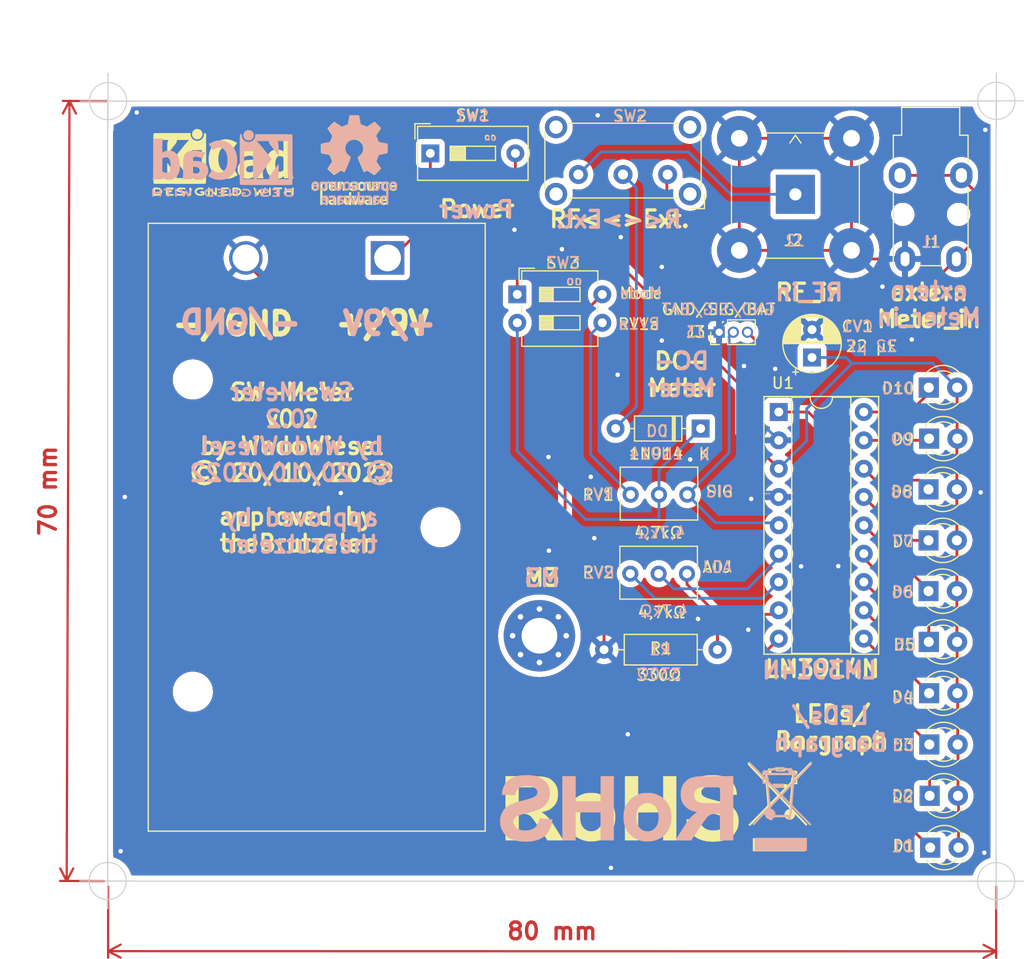
<source format=kicad_pcb>
(kicad_pcb (version 20211014) (generator pcbnew)
  (title_block (title "SW-Meter") (date "2022-10-21") (rev "0.2") (company "© WodoWiesel") (comment 1 "SW-Meter"))
  (layers (0 "F.Cu" signal) (31 "B.Cu" signal) (34 "B.Paste" user) (35 "F.Paste" user) (36 "B.SilkS" user "B.Silkscreen") (37 "F.SilkS" user "F.Silkscreen") (38 "B.Mask" user) (39 "F.Mask" user) (44 "Edge.Cuts" user))
  (net 0 "")
  (net 1 "+9V")
  (net 2 "GND")
  (net 3 "Net-(D0-Pad1)")
  (net 4 "Net-(D2-Pad1)")
  (net 5 "Net-(D1-Pad1)")
  (net 6 "Net-(D3-Pad1)")
  (net 7 "Net-(D6-Pad1)")
  (net 8 "Net-(D7-Pad1)")
  (net 9 "Net-(D4-Pad1)")
  (net 10 "Net-(D5-Pad1)")
  (net 11 "Net-(D8-Pad1)")
  (net 12 "Net-(D9-Pad1)")
  (net 13 "Net-(D10-Pad1)")
  (net 14 "Net-(J3-Pad2)")
  (net 15 "Net-(R1-Pad2)")
  (net 16 "Net-(RV1-Pad1)")
  (net 17 "Net-(RV2-Pad1)")
  (net 18 "Net-(RV2-Pad2)")
  (net 19 "Net-(D0-Pad2)")
  (net 20 "Net-(CV1-Pad1)")
  (net 21 "Net-(SW3-Pad4)")
  (net 22 "Net-(J1-PadR)")
  (net 23 "Net-(J2-Pad1)")
  (footprint "Button_Switch_THT:SW_DIP_SPSTx01_Slide_9.78x4.72mm_W7.62mm_P2.54mm" (layer "F.Cu") (at 127.0825 59.925)
    (fp_text reference "SW1" (at 3.81 -3.42) (layer "F.SilkS"))
    (fp_text value "SW_DIP_x01" hide)
    (fp_text user "on" (at 5.365 -1.4975) (layer "F.SilkS") (effects (font (size 0.6 0.6) (thickness 0.09))))
    (pad "1" thru_hole rect (at 0 0) (size 1.6 1.6) (drill 0.8) (layers *.Cu *.Mask) (net 1 "+9V"))
    (pad "2" thru_hole oval (at 7.62 0) (size 1.6 1.6) (drill 0.8) (layers *.Cu *.Mask) (net 20 "Net-(CV1-Pad1)"))
  )
  (footprint "Button_Switch_THT:SW_E-Switch_EG1224_SPDT_Angled" (layer "F.Cu") (at 148.35 61.825 180)
    (fp_text reference "SW2" (at 3.37 5.255) (layer "F.SilkS"))
    (fp_text value "SW_SPDT" hide)
    (pad "" thru_hole circle (at -2 4.25 180) (size 2 2) (drill 1.2) (layers *.Cu *.Mask))
    (pad "" thru_hole circle (at 10 4.25 180) (size 2 2) (drill 1.2) (layers *.Cu *.Mask))
    (pad "" thru_hole circle (at -2 -1.75 180) (size 2 2) (drill 1.2) (layers *.Cu *.Mask))
    (pad "" thru_hole circle (at 10 -1.75 180) (size 2 2) (drill 1.2) (layers *.Cu *.Mask))
    (pad "1" thru_hole circle (at 0 0 180) (size 1.7 1.7) (drill 0.9) (layers *.Cu *.Mask) (net 22 "Net-(J1-PadR)"))
    (pad "2" thru_hole circle (at 4 0 180) (size 1.7 1.7) (drill 0.9) (layers *.Cu *.Mask) (net 19 "Net-(D0-Pad2)"))
    (pad "3" thru_hole circle (at 8 0 180) (size 1.7 1.7) (drill 0.9) (layers *.Cu *.Mask) (net 23 "Net-(J2-Pad1)"))
  )
  (footprint "LED_THT:LED_D3.0mm_Clear" (layer "F.Cu") (at 171.78 108.33)
    (fp_text reference "D4" (at -2.36 0.35) (layer "F.SilkS"))
    (fp_text value "LED" hide)
    (pad "1" thru_hole rect (at 0 0) (size 1.8 1.8) (drill 0.9) (layers *.Cu *.Mask) (net 9 "Net-(D4-Pad1)"))
    (pad "2" thru_hole circle (at 2.54 0) (size 1.8 1.8) (drill 0.9) (layers *.Cu *.Mask) (net 20 "Net-(CV1-Pad1)"))
  )
  (footprint "Connector_Audio:Jack_3.5mm_Lumberg_1503_07_Horizontal" (layer "F.Cu") (at 169.175 61.9)
    (fp_text reference "J1" (at 2.815 5.96 unlocked) (layer "F.SilkS"))
    (fp_text value "AudioPlug" hide)
    (pad "" np_thru_hole circle (at 0.25 3.5) (size 1.1 1.1) (drill 1.1) (layers F&B.Cu *.Mask))
    (pad "" np_thru_hole circle (at 5.25 3.5) (size 1.1 1.1) (drill 1.1) (layers F&B.Cu *.Mask))
    (pad "R" thru_hole oval (at 5.05 7.5) (size 1.8 2.3) (drill oval 0.8 1.3) (layers *.Cu *.Mask) (net 22 "Net-(J1-PadR)"))
    (pad "S" thru_hole oval (at 0.45 7.5) (size 1.8 2.3) (drill oval 0.8 1.3) (layers *.Cu *.Mask) (net 2 "GND"))
    (pad "T" thru_hole oval (at 5.5 0) (size 2 2.3) (drill oval 1 1.3) (layers *.Cu *.Mask) (net 22 "Net-(J1-PadR)"))
    (pad "T" thru_hole oval (at 0 0) (size 2 2.3) (drill oval 1 1.3) (layers *.Cu *.Mask) (net 22 "Net-(J1-PadR)"))
  )
  (footprint "Capacitor_THT:CP_Radial_D5.0mm_P2.50mm" (layer "F.Cu") (at 161.29 78.232 90)
    (fp_text reference "CV1" (at 2.794 4.064 180) (layer "F.SilkS"))
    (fp_text value "22 µF" (at 1.016 5.334 180) (layer "F.SilkS"))
    (pad "1" thru_hole rect (at 0 0 90) (size 1.6 1.6) (drill 0.8) (layers *.Cu *.Mask) (net 20 "Net-(CV1-Pad1)"))
    (pad "2" thru_hole circle (at 2.5 0 90) (size 1.6 1.6) (drill 0.8) (layers *.Cu *.Mask) (net 2 "GND"))
  )
  (footprint "Symbol:WEEE-Logo_5.6x8mm_SilkScreen" (layer "F.Cu") (at 158.35 118.49)
    (fp_text reference "REF0" hide)
    (fp_text value "WEEE-Logo_5.6x8mm_SilkScreen" hide)
  )
  (footprint "Potentiometer_THT:Potentiometer_Bourns_3266Y_Vertical" (layer "F.Cu") (at 145.035 90.525 180)
    (fp_text reference "RV1" (at 2.905 0.055) (layer "B.SilkS") (effects (justify mirror)))
    (fp_text value "4,7 kΩ" hide)
    (pad "1" thru_hole circle (at 0 0 180) (size 1.44 1.44) (drill 0.8) (layers *.Cu *.Mask) (net 16 "Net-(RV1-Pad1)"))
    (pad "2" thru_hole circle (at -2.54 0 180) (size 1.44 1.44) (drill 0.8) (layers *.Cu *.Mask) (net 3 "Net-(D0-Pad1)"))
    (pad "3" thru_hole circle (at -5.08 0 180) (size 1.44 1.44) (drill 0.8) (layers *.Cu *.Mask) (net 14 "Net-(J3-Pad2)"))
  )
  (footprint "LED_THT:LED_D3.0mm_Clear" (layer "F.Cu") (at 171.755 80.93)
    (fp_text reference "D10" (at -2.735 0.06) (layer "F.SilkS"))
    (fp_text value "red" hide)
    (pad "1" thru_hole rect (at 0 0) (size 1.8 1.8) (drill 0.9) (layers *.Cu *.Mask) (net 13 "Net-(D10-Pad1)"))
    (pad "2" thru_hole circle (at 2.54 0) (size 1.8 1.8) (drill 0.9) (layers *.Cu *.Mask) (net 20 "Net-(CV1-Pad1)"))
  )
  (footprint "Battery:BatteryHolder_Eagle_12BH611-GR" (layer "F.Cu") (at 123.25 69.3 90)
    (fp_text reference "BT1" hide)
    (fp_text value "Battery_Cell" hide)
    (pad "" np_thru_hole circle (at -10.9 -17.45 90) (size 2.6 2.6) (drill 2.6) (layers *.Cu *.Mask))
    (pad "" np_thru_hole circle (at -24.15 4.75 90) (size 2.6 2.6) (drill 2.6) (layers *.Cu *.Mask))
    (pad "" np_thru_hole circle (at -38.9 -17.45 90) (size 2.6 2.6) (drill 2.6) (layers *.Cu *.Mask))
    (pad "1" thru_hole rect (at 0 0 90) (size 3 3) (drill 2.4) (layers *.Cu *.Mask) (net 1 "+9V"))
    (pad "2" thru_hole circle (at 0 -12.7 90) (size 3 3) (drill 2.4) (layers *.Cu *.Mask) (net 2 "GND"))
  )
  (footprint "Connector_PinHeader_1.27mm:PinHeader_1x03_P1.27mm_Vertical" (layer "F.Cu") (at 152.965 75.96 90)
    (fp_text reference "J3" (at 0.014 -2.089 180) (layer "F.SilkS"))
    (fp_text value "Conn_01x03_Female" hide)
    (pad "1" thru_hole rect (at 0 0 90) (size 1 1) (drill 0.65) (layers *.Cu *.Mask) (net 2 "GND"))
    (pad "2" thru_hole oval (at 0 1.27 90) (size 1 1) (drill 0.65) (layers *.Cu *.Mask) (net 14 "Net-(J3-Pad2)"))
    (pad "3" thru_hole oval (at 0 2.54 90) (size 1 1) (drill 0.65) (layers *.Cu *.Mask) (net 20 "Net-(CV1-Pad1)"))
  )
  (footprint "Symbol:KiCad-Logo2_5mm_SilkScreen" (layer "F.Cu") (at 108.54 60.72)
    (fp_text reference "REF4" hide)
    (fp_text value "KiCad-Logo2_5mm_SilkScreen" hide)
  )
  (footprint "LED_THT:LED_D3.0mm_Clear" (layer "F.Cu") (at 171.88 122.18)
    (fp_text reference "D1" (at -2.39 -0.17) (layer "F.SilkS"))
    (fp_text value "LED" hide)
    (pad "1" thru_hole rect (at 0 0) (size 1.8 1.8) (drill 0.9) (layers *.Cu *.Mask) (net 5 "Net-(D1-Pad1)"))
    (pad "2" thru_hole circle (at 2.54 0) (size 1.8 1.8) (drill 0.9) (layers *.Cu *.Mask) (net 20 "Net-(CV1-Pad1)"))
  )
  (footprint "LED_THT:LED_D3.0mm_Clear" (layer "F.Cu") (at 171.78 85.505)
    (fp_text reference "D9" (at -2.32 0.055) (layer "F.SilkS"))
    (fp_text value "LED" hide)
    (pad "1" thru_hole rect (at 0 0) (size 1.8 1.8) (drill 0.9) (layers *.Cu *.Mask) (net 12 "Net-(D9-Pad1)"))
    (pad "2" thru_hole circle (at 2.54 0) (size 1.8 1.8) (drill 0.9) (layers *.Cu *.Mask) (net 20 "Net-(CV1-Pad1)"))
  )
  (footprint "LED_THT:LED_D3.0mm_Clear" (layer "F.Cu") (at 171.755 103.73)
    (fp_text reference "D5" (at -2.195 0.26) (layer "F.SilkS"))
    (fp_text value "LED" hide)
    (pad "1" thru_hole rect (at 0 0) (size 1.8 1.8) (drill 0.9) (layers *.Cu *.Mask) (net 10 "Net-(D5-Pad1)"))
    (pad "2" thru_hole circle (at 2.54 0) (size 1.8 1.8) (drill 0.9) (layers *.Cu *.Mask) (net 20 "Net-(CV1-Pad1)"))
  )
  (footprint "LED_THT:LED_D3.0mm_Clear" (layer "F.Cu") (at 171.73 94.63)
    (fp_text reference "D7" (at -2.27 0.1) (layer "F.SilkS"))
    (fp_text value "LED" hide)
    (pad "1" thru_hole rect (at 0 0) (size 1.8 1.8) (drill 0.9) (layers *.Cu *.Mask) (net 8 "Net-(D7-Pad1)"))
    (pad "2" thru_hole circle (at 2.54 0) (size 1.8 1.8) (drill 0.9) (layers *.Cu *.Mask) (net 20 "Net-(CV1-Pad1)"))
  )
  (footprint "MountingHole:MountingHole_3.2mm_M3_Pad_Via" (layer "F.Cu") (at 136.86 103.18)
    (fp_text reference "REF1" hide)
    (fp_text value "MountingHole_3.2mm_M3_Pad_Via" hide)
    (pad "1" thru_hole circle (at -2.4 0) (size 0.8 0.8) (drill 0.5) (layers *.Cu *.Mask))
    (pad "1" thru_hole circle (at 1.697056 1.697056) (size 0.8 0.8) (drill 0.5) (layers *.Cu *.Mask))
    (pad "1" thru_hole circle (at 2.4 0) (size 0.8 0.8) (drill 0.5) (layers *.Cu *.Mask))
    (pad "1" thru_hole circle (at 1.697056 -1.697056) (size 0.8 0.8) (drill 0.5) (layers *.Cu *.Mask))
    (pad "1" thru_hole circle (at 0 0) (size 6.4 6.4) (drill 3.2) (layers *.Cu *.Mask))
    (pad "1" thru_hole circle (at -1.697056 -1.697056) (size 0.8 0.8) (drill 0.5) (layers *.Cu *.Mask))
    (pad "1" thru_hole circle (at 0 -2.4) (size 0.8 0.8) (drill 0.5) (layers *.Cu *.Mask))
    (pad "1" thru_hole circle (at -1.697056 1.697056) (size 0.8 0.8) (drill 0.5) (layers *.Cu *.Mask))
    (pad "1" thru_hole circle (at 0 2.4) (size 0.8 0.8) (drill 0.5) (layers *.Cu *.Mask))
  )
  (footprint "Button_Switch_THT:SW_DIP_SPSTx02_Slide_6.7x6.64mm_W7.62mm_P2.54mm_LowProfile" (layer "F.Cu") (at 134.875 72.575)
    (fp_text reference "SW3" (at 4.095 -2.815) (layer "F.SilkS"))
    (fp_text value "SW_DIP_x02" hide)
    (fp_text user "on" (at 5.105 -1.245) (layer "F.SilkS") (effects (font (size 0.8 0.8) (thickness 0.12))))
    (pad "1" thru_hole rect (at 0 0) (size 1.6 1.6) (drill 0.8) (layers *.Cu *.Mask) (net 20 "Net-(CV1-Pad1)"))
    (pad "2" thru_hole oval (at 0 2.54) (size 1.6 1.6) (drill 0.8) (layers *.Cu *.Mask) (net 3 "Net-(D0-Pad1)"))
    (pad "3" thru_hole oval (at 7.62 2.54) (size 1.6 1.6) (drill 0.8) (layers *.Cu *.Mask) (net 16 "Net-(RV1-Pad1)"))
    (pad "4" thru_hole oval (at 7.62 0) (size 1.6 1.6) (drill 0.8) (layers *.Cu *.Mask) (net 21 "Net-(SW3-Pad4)"))
  )
  (footprint "Resistor_THT:R_Axial_DIN0207_L6.3mm_D2.5mm_P10.16mm_Horizontal" (layer "F.Cu") (at 142.65 104.43)
    (fp_text reference "R1" (at 5.09 -0.12) (layer "F.SilkS"))
    (fp_text value "330Ω" (at 4.91 2.28) (layer "F.SilkS"))
    (pad "1" thru_hole circle (at 0 0) (size 1.6 1.6) (drill 0.8) (layers *.Cu *.Mask) (net 2 "GND"))
    (pad "2" thru_hole oval (at 10.16 0) (size 1.6 1.6) (drill 0.8) (layers *.Cu *.Mask) (net 15 "Net-(R1-Pad2)"))
  )
  (footprint "Package_DIP:DIP-18_W7.62mm_Socket" (layer "F.Cu") (at 158.31 83.12)
    (fp_text reference "U1" (at 0.38 -2.6) (layer "F.SilkS"))
    (fp_text value "LM3914N" hide)
    (pad "1" thru_hole rect (at 0 0) (size 1.6 1.6) (drill 0.8) (layers *.Cu *.Mask) (net 5 "Net-(D1-Pad1)"))
    (pad "2" thru_hole oval (at 0 2.54) (size 1.6 1.6) (drill 0.8) (layers *.Cu *.Mask) (net 2 "GND"))
    (pad "3" thru_hole oval (at 0 5.08) (size 1.6 1.6) (drill 0.8) (layers *.Cu *.Mask) (net 20 "Net-(CV1-Pad1)"))
    (pad "4" thru_hole oval (at 0 7.62) (size 1.6 1.6) (drill 0.8) (layers *.Cu *.Mask) (net 2 "GND"))
    (pad "5" thru_hole oval (at 0 10.16) (size 1.6 1.6) (drill 0.8) (layers *.Cu *.Mask) (net 14 "Net-(J3-Pad2)"))
    (pad "6" thru_hole oval (at 0 12.7) (size 1.6 1.6) (drill 0.8) (layers *.Cu *.Mask) (net 18 "Net-(RV2-Pad2)"))
    (pad "7" thru_hole oval (at 0 15.24) (size 1.6 1.6) (drill 0.8) (layers *.Cu *.Mask) (net 17 "Net-(RV2-Pad1)"))
    (pad "8" thru_hole oval (at 0 17.78) (size 1.6 1.6) (drill 0.8) (layers *.Cu *.Mask) (net 15 "Net-(R1-Pad2)"))
    (pad "9" thru_hole oval (at 0 20.32) (size 1.6 1.6) (drill 0.8) (layers *.Cu *.Mask) (net 21 "Net-(SW3-Pad4)"))
    (pad "10" thru_hole oval (at 7.62 20.32) (size 1.6 1.6) (drill 0.8) (layers *.Cu *.Mask) (net 4 "Net-(D2-Pad1)"))
    (pad "11" thru_hole oval (at 7.62 17.78) (size 1.6 1.6) (drill 0.8) (layers *.Cu *.Mask) (net 6 "Net-(D3-Pad1)"))
    (pad "12" thru_hole oval (at 7.62 15.24) (size 1.6 1.6) (drill 0.8) (layers *.Cu *.Mask) (net 9 "Net-(D4-Pad1)"))
    (pad "13" thru_hole oval (at 7.62 12.7) (size 1.6 1.6) (drill 0.8) (layers *.Cu *.Mask) (net 10 "Net-(D5-Pad1)"))
    (pad "14" thru_hole oval (at 7.62 10.16) (size 1.6 1.6) (drill 0.8) (layers *.Cu *.Mask) (net 7 "Net-(D6-Pad1)"))
    (pad "15" thru_hole oval (at 7.62 7.62) (size 1.6 1.6) (drill 0.8) (layers *.Cu *.Mask) (net 8 "Net-(D7-Pad1)"))
    (pad "16" thru_hole oval (at 7.62 5.08) (size 1.6 1.6) (drill 0.8) (layers *.Cu *.Mask) (net 11 "Net-(D8-Pad1)"))
    (pad "17" thru_hole oval (at 7.62 2.54) (size 1.6 1.6) (drill 0.8) (layers *.Cu *.Mask) (net 12 "Net-(D9-Pad1)"))
    (pad "18" thru_hole oval (at 7.62 0) (size 1.6 1.6) (drill 0.8) (layers *.Cu *.Mask) (net 13 "Net-(D10-Pad1)"))
  )
  (footprint "Connector_Coaxial:BNC_TEConnectivity_1478035_Horizontal" (layer "F.Cu") (at 159.8 63.6)
    (fp_text reference "J2" (at -0.18 4.13) (layer "F.SilkS"))
    (fp_text value "Conn_Coaxial" hide)
    (pad "1" thru_hole rect (at 0 0) (size 3.5 3.5) (drill 1.1) (layers *.Cu *.Mask) (net 23 "Net-(J2-Pad1)"))
    (pad "2" thru_hole circle (at 5.025 5.025) (size 4 4) (drill 1.5) (layers *.Cu *.Mask) (net 2 "GND"))
    (pad "2" thru_hole circle (at 5.025 -5.025) (size 4 4) (drill 1.5) (layers *.Cu *.Mask) (net 2 "GND"))
    (pad "2" thru_hole circle (at -5.025 5.025) (size 4 4) (drill 1.5) (layers *.Cu *.Mask) (net 2 "GND"))
    (pad "2" thru_hole circle (at -5.025 -5.025) (size 4 4) (drill 1.5) (layers *.Cu *.Mask) (net 2 "GND"))
  )
  (footprint "LED_THT:LED_D3.0mm_Clear" (layer "F.Cu") (at 171.83 117.53)
    (fp_text reference "D2" (at -2.41 0.01) (layer "F.SilkS"))
    (fp_text value "LED" hide)
    (pad "1" thru_hole rect (at 0 0) (size 1.8 1.8) (drill 0.9) (layers *.Cu *.Mask) (net 4 "Net-(D2-Pad1)"))
    (pad "2" thru_hole circle (at 2.54 0) (size 1.8 1.8) (drill 0.9) (layers *.Cu *.Mask) (net 20 "Net-(CV1-Pad1)"))
  )
  (footprint "Diode_THT:D_DO-35_SOD27_P7.62mm_Horizontal" (layer "F.Cu") (at 151.31 84.6 180)
    (fp_text reference "D0" (at 3.91 -0.225) (layer "F.SilkS"))
    (fp_text value "1N914" (at 3.99 -2.268) (layer "F.SilkS"))
    (fp_text user "K" (at -0.328 -2.268) (layer "F.SilkS"))
    (pad "1" thru_hole rect (at 0 0 180) (size 1.6 1.6) (drill 0.8) (layers *.Cu *.Mask) (net 3 "Net-(D0-Pad1)"))
    (pad "2" thru_hole oval (at 7.62 0 180) (size 1.6 1.6) (drill 0.8) (layers *.Cu *.Mask) (net 19 "Net-(D0-Pad2)"))
  )
  (footprint "Symbol:OSHW-Logo_7.5x8mm_SilkScreen" (layer "F.Cu") (at 120.25 60.54)
    (fp_text reference "REF3" hide)
    (fp_text value "OSHW-Logo_7.5x8mm_SilkScreen" hide)
  )
  (footprint "LED_THT:LED_D3.0mm_Clear" (layer "F.Cu") (at 171.805 112.93)
    (fp_text reference "D3" (at -2.345 0.05) (layer "F.SilkS"))
    (fp_text value "LED" hide)
    (pad "1" thru_hole rect (at 0 0) (size 1.8 1.8) (drill 0.9) (layers *.Cu *.Mask) (net 6 "Net-(D3-Pad1)"))
    (pad "2" thru_hole circle (at 2.54 0) (size 1.8 1.8) (drill 0.9) (layers *.Cu *.Mask) (net 20 "Net-(CV1-Pad1)"))
  )
  (footprint "LED_THT:LED_D3.0mm_Clear" (layer "F.Cu") (at 171.73 90.055)
    (fp_text reference "D8" (at -2.37 0.205) (layer "F.SilkS"))
    (fp_text value "LED" hide)
    (pad "1" thru_hole rect (at 0 0) (size 1.8 1.8) (drill 0.9) (layers *.Cu *.Mask) (net 11 "Net-(D8-Pad1)"))
    (pad "2" thru_hole circle (at 2.54 0) (size 1.8 1.8) (drill 0.9) (layers *.Cu *.Mask) (net 20 "Net-(CV1-Pad1)"))
  )
  (footprint "Potentiometer_THT:Potentiometer_Bourns_3266Y_Vertical" (layer "F.Cu") (at 145.005 97.615 180)
    (fp_text reference "RV2" (at 2.875 0.115) (layer "F.SilkS"))
    (fp_text value "4,7kΩ" (at -2.823 -3.477) (layer "F.SilkS"))
    (pad "1" thru_hole circle (at 0 0 180) (size 1.44 1.44) (drill 0.8) (layers *.Cu *.Mask) (net 17 "Net-(RV2-Pad1)"))
    (pad "2" thru_hole circle (at -2.54 0 180) (size 1.44 1.44) (drill 0.8) (layers *.Cu *.Mask) (net 18 "Net-(RV2-Pad2)"))
    (pad "3" thru_hole circle (at -5.08 0 180) (size 1.44 1.44) (drill 0.8) (layers *.Cu *.Mask) (net 15 "Net-(R1-Pad2)"))
  )
  (footprint "Symbol:RoHS-Logo_6mm_SilkScreen" (layer "F.Cu") (at 144.275 118.65)
    (fp_text reference "REF5" hide)
    (fp_text value "RoHS-Logo_6mm_SilkScreen" hide)
  )
  (footprint "LED_THT:LED_D3.0mm_Clear" (layer "F.Cu") (at 171.73 99.18)
    (fp_text reference "D6" (at -2.31 0.09) (layer "F.SilkS"))
    (fp_text value "LED" hide)
    (pad "1" thru_hole rect (at 0 0) (size 1.8 1.8) (drill 0.9) (layers *.Cu *.Mask) (net 7 "Net-(D6-Pad1)"))
    (pad "2" thru_hole circle (at 2.54 0) (size 1.8 1.8) (drill 0.9) (layers *.Cu *.Mask) (net 20 "Net-(CV1-Pad1)"))
  )
  (footprint "Symbol:RoHS-Logo_6mm_SilkScreen" (layer "B.Cu") (at 143.775 118.65 180)
    (fp_text reference "REF55" hide)
    (fp_text value "RoHS-Logo_6mm_SilkScreen" hide)
  )
  (footprint "Symbol:KiCad-Logo2_5mm_SilkScreen" (layer "B.Cu") (at 108.45 60.82 180)
    (fp_text reference "REF44" hide)
    (fp_text value "KiCad-Logo2_5mm_SilkScreen" hide)
  )
  (footprint "Symbol:WEEE-Logo_5.6x8mm_SilkScreen" (layer "B.Cu") (at 158.475 118.45 180)
    (fp_text reference "REF00" hide)
    (fp_text value "WEEE-Logo_5.6x8mm_SilkScreen" hide)
  )
  (footprint "Symbol:OSHW-Logo_7.5x8mm_SilkScreen" (layer "B.Cu") (at 120.29 60.51 180)
    (fp_text reference "REF33" hide)
    (fp_text value "OSHW-Logo_7.5x8mm_SilkScreen" hide)
  )
  (gr_rect (start 177.79 55.235) (end 98.155 125.185) (layer "Edge.Cuts") (width 0.1) (fill none))
  (gr_text "SW-Meter\nv0.2\nby WodoWiesel\n© 20/10/2022" (at 114.68 84.96) (layer "B.SilkS") (effects (font (size 1.5 1.5) (thickness 0.3)) (justify mirror)))
  (gr_text "CV1" (at 165.354 75.438) (layer "B.SilkS") (effects (font (size 1 1)) (justify mirror)))
  (gr_text "K" (at 151.638 86.868 -180) (layer "B.SilkS") (effects (font (size 1 1))))
  (gr_text "M3" (at 137.11 98.01) (layer "B.SilkS") (effects (font (size 1.5 1.5) (thickness 0.3)) (justify mirror)))
  (gr_text "extern\nMeter_in" (at 171.76 73.406) (layer "B.SilkS") (effects (font (size 1.5 1.5) (thickness 0.3)) (justify mirror)))
  (gr_text "on" (at 139.98 71.33) (layer "B.SilkS") (effects (font (size 0.8 0.8) (thickness 0.12)) (justify mirror)))
  (gr_text "J1" (at 171.94 67.88) (layer "B.SilkS") (effects (font (size 1 1)) (justify mirror)))
  (gr_text "D5" (at 169.67 104) (layer "B.SilkS") (effects (font (size 1 1)) (justify mirror)))
  (gr_text "D2" (at 169.41 117.64) (layer "B.SilkS") (effects (font (size 1 1)) (justify mirror)))
  (gr_text "D4" (at 169.45 108.8) (layer "B.SilkS") (effects (font (size 1 1)) (justify mirror)))
  (gr_text "4,7kΩ" (at 148.01 100.97) (layer "B.SilkS") (effects (font (size 1 1)) (justify mirror)))
  (gr_text "D3" (at 169.49 113.01) (layer "B.SilkS") (effects (font (size 1 1)) (justify mirror)))
  (gr_text "RF_in" (at 161.036 72.39) (layer "B.SilkS") (effects (font (size 1.5 1.5) (thickness 0.3)) (justify mirror)))
  (gr_text "RV1a" (at 145.8 75.21) (layer "B.SilkS") (effects (font (size 1 1)) (justify mirror)))
  (gr_text "+/9V" (at 123.41 75.17) (layer "B.SilkS") (effects (font (size 2 2) (thickness 0.5)) (justify mirror)))
  (gr_text "D1" (at 169.38 122.08) (layer "B.SilkS") (effects (font (size 1 1)) (justify mirror)))
  (gr_text "ADJ" (at 152.8 97.02) (layer "B.SilkS") (effects (font (size 1 1)) (justify mirror)))
  (gr_text "SW1" (at 130.81 56.58) (layer "B.SilkS") (effects (font (size 1 1)) (justify mirror)))
  (gr_text "R<->Ext." (at 143.96 65.86) (layer "B.SilkS") (effects (font (size 1.5 1.5) (thickness 0.3)) (justify mirror)))
  (gr_text "SW3" (at 138.98 69.74) (layer "B.SilkS") (effects (font (size 1 1)) (justify mirror)))
  (gr_text "D0" (at 147.425 84.85) (layer "B.SilkS") (effects (font (size 1 1)) (justify mirror)))
  (gr_text "LEDs/\nBargraph" (at 162.93 111.57) (layer "B.SilkS") (effects (font (size 1.5 1.5) (thickness 0.3)) (justify mirror)))
  (gr_text "RV2" (at 142.22 97.55) (layer "B.SilkS") (effects (font (size 1 1)) (justify mirror)))
  (gr_text "J3" (at 150.876 75.946) (layer "B.SilkS") (effects (font (size 1 1)) (justify mirror)))
  (gr_text "Power" (at 131.21 64.98) (layer "B.SilkS") (effects (font (size 1.5 1.5) (thickness 0.3)) (justify mirror)))
  (gr_text "D9" (at 169.32 85.61) (layer "B.SilkS") (effects (font (size 1 1)) (justify mirror)))
  (gr_text "R1" (at 147.68 104.42) (layer "B.SilkS") (effects (font (size 1 1)) (justify mirror)))
  (gr_text "1N914" (at 147.32 86.868) (layer "B.SilkS") (effects (font (size 1 1)) (justify mirror)))
  (gr_text "SW2" (at 144.99 56.56) (layer "B.SilkS") (effects (font (size 1 1)) (justify mirror)))
  (gr_text "-/GND" (at 110.07 75.08) (layer "B.SilkS") (effects (font (size 2 2) (thickness 0.5)) (justify mirror)))
  (gr_text "SIG" (at 153.02 90.26) (layer "B.SilkS") (effects (font (size 1 1)) (justify mirror)))
  (gr_text "LM3914N" (at 161.961752 106.279355) (layer "B.SilkS") (effects (font (size 1.5 1.5) (thickness 0.3)) (justify mirror)))
  (gr_text "D8" (at 169.31 90.32) (layer "B.SilkS") (effects (font (size 1 1)) (justify mirror)))
  (gr_text "D7" (at 169.45 94.71) (layer "B.SilkS") (effects (font (size 1 1)) (justify mirror)))
  (gr_text "22 µF" (at 166.624 77.216) (layer "B.SilkS") (effects (font (size 1 1)) (justify mirror)))
  (gr_text "DC-\nMeter" (at 149.606 79.756) (layer "B.SilkS") (effects (font (size 1.5 1.5) (thickness 0.3)) (justify mirror)))
  (gr_text "D10" (at 168.97 81.026) (layer "B.SilkS") (effects (font (size 1 1)) (justify mirror)))
  (gr_text "4,7kΩ" (at 147.78 93.94) (layer "B.SilkS") (effects (font (size 1 1)) (justify mirror)))
  (gr_text "D6" (at 169.38 99.25) (layer "B.SilkS") (effects (font (size 1 1)) (justify mirror)))
  (gr_text "approved by\ntheBrutzeler" (at 115.52 93.79) (layer "B.SilkS") (effects (font (size 1.5 1.5) (thickness 0.3)) (justify mirror)))
  (gr_text "Mode" (at 145.95 72.46) (layer "B.SilkS") (effects (font (size 1 1)) (justify mirror)))
  (gr_text "J2" (at 159.77 67.76) (layer "B.SilkS") (effects (font (size 1 1)) (justify mirror)))
  (gr_text "on" (at 132.48 58.49) (layer "B.SilkS") (effects (font (size 0.6 0.6) (thickness 0.09)) (justify mirror)))
  (gr_text "330Ω" (at 147.574 106.63) (layer "B.SilkS") (effects (font (size 1 1)) (justify mirror)))
  (gr_text "GND/SIG/BAT" (at 152.908 73.914) (layer "B.SilkS") (effects (font (size 1 1)) (justify mirror)))
  (gr_text "+/9V" (at 122.78 75.15) (layer "F.SilkS") (effects (font (size 2 2) (thickness 0.5))))
  (gr_text "DC-\nMeter" (at 149.606 79.756) (layer "F.SilkS") (effects (font (size 1.5 1.5) (thickness 0.3))))
  (gr_text "LEDs/\nBargraph" (at 163.06 111.4) (layer "F.SilkS") (effects (font (size 1.5 1.5) (thickness 0.3))))
  (gr_text "Power" (at 131.28 64.91) (layer "F.SilkS") (effects (font (size 1.5 1.5) (thickness 0.3))))
  (gr_text "RV1" (at 142.13 90.56) (layer "F.SilkS") (effects (font (size 1 1))))
  (gr_text "-/GND" (at 109.41 75.21) (layer "F.SilkS") (effects (font (size 2 2) (thickness 0.5))))
  (gr_text "ADJ" (at 152.8 97.02) (layer "F.SilkS") (effects (font (size 1 1))))
  (gr_text "RF<->Ext." (at 144.04 65.82) (layer "F.SilkS") (effects (font (size 1.5 1.5) (thickness 0.3))))
  (gr_text "RF_in" (at 161.036 72.39) (layer "F.SilkS") (effects (font (size 1.5 1.5) (thickness 0.3))))
  (gr_text "extern\nMeter_in" (at 171.78 73.58) (layer "F.SilkS") (effects (font (size 1.5 1.5) (thickness 0.3))))
  (gr_text "M3" (at 137.1 97.98) (layer "F.SilkS") (effects (font (size 1.5 1.5) (thickness 0.3))))
  (gr_text "GND/SIG/BAT" (at 152.908 73.914) (layer "F.SilkS") (effects (font (size 1 1))))
  (gr_text "SW-Meter\nv0.2\nby WodoWiesel\n© 20/10/2022" (at 114.68 84.96) (layer "F.SilkS") (effects (font (size 1.5 1.5) (thickness 0.3))))
  (gr_text "approved by\ntheBrutzeler" (at 115.05 93.69) (layer "F.SilkS") (effects (font (size 1.5 1.5) (thickness 0.3))))
  (gr_text "Mode" (at 145.95 72.46) (layer "F.SilkS") (effects (font (size 1 1))))
  (gr_text "LM3914N" (at 162.21 106.15) (layer "F.SilkS") (effects (font (size 1.5 1.5) (thickness 0.3))))
  (gr_text "SIG" (at 152.99 90.25) (layer "F.SilkS") (effects (font (size 1 1))))
  (gr_text "RV1a" (at 145.77 75.24) (layer "F.SilkS") (effects (font (size 1 1))))
  (gr_text "4,7kΩ" (at 147.52 93.94) (layer "F.SilkS") (effects (font (size 1 1))))
  (dimension (type aligned) (layer "F.Cu") (pts (xy 98.59697 55.24) (xy 98.34697 125.18)) (height 3.854995) (gr_text "70 mm" (at 92.817011 90.189786 89.79519754) (layer "F.Cu") (effects (font (size 1.5 1.5) (thickness 0.3)))) (format (units 3) (units_format 1) (precision 4) (override_value "70")) (style (thickness 0.2) (arrow_length 1.27) (text_position_mode 0) (extension_height 0.58642) (extension_offset 0.5) keep_text_aligned))
  (dimension (type aligned) (layer "F.Cu") (pts (xy 98.207126 125.16972) (xy 177.79 125.185)) (height 6.292284) (gr_text "80 mm" (at 137.997701 129.669644 359.9889991) (layer "F.Cu") (effects (font (size 1.5 1.5) (thickness 0.3)))) (format (units 3) (units_format 1) (precision 4) (override_value "80")) (style (thickness 0.2) (arrow_length 1.27) (text_position_mode 0) (extension_height 0.58642) (extension_offset 0.5) keep_text_aligned))
  (target plus (at 177.79 125.185) (size 5) (width 0.1) (layer "Edge.Cuts"))
  (target plus (at 98.17 125.17) (size 5) (width 0.1) (layer "Edge.Cuts"))
  (target plus (at 98.2 55.24) (size 5) (width 0.1) (layer "Edge.Cuts"))
  (target plus (at 177.81 55.22) (size 5) (width 0.1) (layer "Edge.Cuts"))
  (segment (start 123.49 69.49) (end 127.0825 65.8975) (width 0.25) (layer "F.Cu") (net 1))
  (segment (start 127.0825 65.8975) (end 127.0825 59.925) (width 0.25) (layer "F.Cu") (net 1))
  (segment (start 158.31 90.68) (end 158.31 90.74) (width 0.25) (layer "F.Cu") (net 2))
  (segment (start 154.775 58.575) (end 164.825 58.575) (width 0.25) (layer "F.Cu") (net 2))
  (segment (start 142.65 101.84) (end 110.79 69.98) (width 0.25) (layer "F.Cu") (net 2))
  (segment (start 169.625 69.4) (end 167.7 69.4) (width 0.25) (layer "F.Cu") (net 2))
  (segment (start 165.655 69.4) (end 164.875 68.62) (width 0.25) (layer "F.Cu") (net 2))
  (segment (start 154.775 68.625) (end 164.825 68.625) (width 0.25) (layer "F.Cu") (net 2))
  (segment (start 154.775 68.625) (end 154.775 58.575) (width 0.25) (layer "F.Cu") (net 2))
  (segment (start 142.65 104.43) (end 142.65 101.84) (width 0.25) (layer "F.Cu") (net 2))
  (segment (start 167.7 69.4) (end 167.875 69.575) (width 0.25) (layer "F.Cu") (net 2))
  (segment (start 167.875 69.575) (end 167.875 71.6) (width 0.25) (layer "F.Cu") (net 2))
  (segment (start 110.79 69.98) (end 110.79 69.49) (width 0.25) (layer "F.Cu") (net 2))
  (segment (start 164.875 68.62) (end 164.875 68.5) (width 0.25) (layer "F.Cu") (net 2))
  (segment (start 167.7 69.4) (end 165.655 69.4) (width 0.25) (layer "F.Cu") (net 2))
  (segment (start 167.875 71.6) (end 167.6 71.875) (width 0.25) (layer "F.Cu") (net 2))
  (segment (start 164.825 68.625) (end 164.825 58.575) (width 0.25) (layer "F.Cu") (net 2))
  (via (at 147.828 70.104) (size 0.8) (drill 0.4) (layers "F.Cu" "B.Cu") (net 2))
  (via (at 141.78 94.43) (size 0.8) (drill 0.4) (layers "F.Cu" "B.Cu") (net 2))
  (via (at 176.4 90.325) (size 0.8) (drill 0.4) (layers "F.Cu" "B.Cu") (net 2))
  (via (at 150.368 87.376) (size 0.8) (drill 0.4) (layers "F.Cu" "B.Cu") (net 2))
  (via (at 163.64 96.94) (size 0.8) (drill 0.4) (layers "F.Cu" "B.Cu") (net 2))
  (via (at 138.88 68.52) (size 0.8) (drill 0.4) (layers "F.Cu" "B.Cu") (net 2))
  (via (at 157.988 79.248) (size 0.8) (drill 0.4) (layers "F.Cu" "B.Cu") (net 2))
  (via (at 155.58 102.64) (size 0.8) (drill 0.4) (layers "F.Cu" "B.Cu") (net 2))
  (via (at 144.15 67.44) (size 0.8) (drill 0.4) (layers "F.Cu" "B.Cu") (net 2))
  (via (at 167.6 71.875) (size 0.8) (drill 0.4) (layers "F.Cu" "B.Cu") (net 2))
  (via (at 144.78 112.014) (size 0.8) (drill 0.4) (layers "F.Cu" "B.Cu") (net 2))
  (via (at 176.82 57.82) (size 0.8) (drill 0.4) (layers "F.Cu" "B.Cu") (net 2))
  (via (at 137.668 87.15) (size 0.8) (drill 0.4) (layers "F.Cu" "B.Cu") (net 2))
  (via (at 134.625 66.775) (size 0.8) (drill 0.4) (layers "F.Cu" "B.Cu") (net 2))
  (via (at 99.33 122.5) (size 0.8) (drill 0.4) (layers "F.Cu" "B.Cu") (net 2))
  (via (at 147.828 76.708) (size 0.8) (drill 0.4) (layers "F.Cu" "B.Cu") (net 2))
  (via (at 119.06 90.38) (size 0.8) (drill 0.4) (layers "F.Cu" "B.Cu") (net 2))
  (via (at 176.73 122.63) (size 0.8) (drill 0.4) (layers "F.Cu" "B.Cu") (net 2))
  (via (at 143.87 79.78) (size 0.8) (drill 0.4) (layers "F.Cu" "B.Cu") (net 2))
  (via (at 170.23 76.62) (size 0.8) (drill 0.4) (layers "F.Cu" "B.Cu") (net 2))
  (via (at 141.46 88.93) (size 0.8) (drill 0.4) (layers "F.Cu" "B.Cu") (net 2))
  (via (at 155.194 78.994) (size 0.8) (drill 0.4) (layers "F.Cu" "B.Cu") (net 2))
  (via (at 142.08 56.52) (size 0.8) (drill 0.4) (layers "F.Cu" "B.Cu") (net 2))
  (via (at 143.27 123.99) (size 0.8) (drill 0.4) (layers "F.Cu" "B.Cu") (net 2))
  (via (at 100.77 56.26) (size 0.8) (drill 0.4) (layers "F.Cu" "B.Cu") (net 2))
  (via (at 137.71 95.55) (size 0.8) (drill 0.4) (layers "F.Cu" "B.Cu") (net 2))
  (via (at 155.84 90.91) (size 0.8) (drill 0.4) (layers "F.Cu" "B.Cu") (net 2))
  (via (at 151.07 101.67) (size 0.8) (drill 0.4) (layers "F.Cu" "B.Cu") (net 2))
  (via (at 99.7 90.74) (size 0.8) (drill 0.4) (layers "F.Cu" "B.Cu") (net 2))
  (via (at 160.31 96.96) (size 0.8) (drill 0.4) (layers "F.Cu" "B.Cu") (net 2))
  (segment (start 155.956 90.3) (end 157.87 90.3) (width 0.25) (layer "B.Cu") (net 2))
  (segment (start 156.718 74.908) (end 156.718 84.068) (width 0.25) (layer "B.Cu") (net 2))
  (segment (start 156.972 74.676) (end 160.234 74.676) (width 0.25) (layer "B.Cu") (net 2))
  (segment (start 156.702 74.946) (end 156.972 74.676) (width 0.25) (layer "B.Cu") (net 2))
  (segment (start 153.255 75.99) (end 153.255 75.345) (width 0.25) (layer "B.Cu") (net 2))
  (segment (start 153.255 75.345) (end 154.03 74.57) (width 0.25) (layer "B.Cu") (net 2))
  (segment (start 155.84 84.952) (end 156.718 84.074) (width 0.25) (layer "B.Cu") (net 2))
  (segment (start 156.718 84.068) (end 158.31 85.66) (width 0.25) (layer "B.Cu") (net 2))
  (segment (start 155.84 90.91) (end 155.84 84.952) (width 0.25) (layer "B.Cu") (net 2))
  (segment (start 157.87 90.3) (end 158.31 90.74) (width 0.25) (layer "B.Cu") (net 2))
  (segment (start 160.234 74.676) (end 161.29 75.732) (width 0.25) (layer "B.Cu") (net 2))
  (segment (start 154.03 74.57) (end 156.38 74.57) (width 0.25) (layer "B.Cu") (net 2))
  (segment (start 156.38 74.57) (end 156.718 74.908) (width 0.25) (layer "B.Cu") (net 2))
  (segment (start 141 92.75) (end 147.55 92.75) (width 0.25) (layer "B.Cu") (net 3))
  (segment (start 147.575 92.675) (end 147.575 90.525) (width 0.25) (layer "B.Cu") (net 3))
  (segment (start 134.875 86.625) (end 141 92.75) (width 0.25) (layer "B.Cu") (net 3))
  (segment (start 134.875 75.115) (end 134.875 86.625) (width 0.25) (layer "B.Cu") (net 3))
  (segment (start 151.39 84.52) (end 147.575 88.335) (width 0.25) (layer "B.Cu") (net 3))
  (segment (start 147.575 88.335) (end 147.575 90.525) (width 0.25) (layer "B.Cu") (net 3))
  (segment (start 171.83 115.79) (end 171.83 117.53) (width 0.25) (layer "F.Cu") (net 4))
  (segment (start 167.32 111.28) (end 171.83 115.79) (width 0.25) (layer "F.Cu") (net 4))
  (segment (start 167.32 104.83) (end 167.32 111.28) (width 0.25) (layer "F.Cu") (net 4))
  (segment (start 165.93 103.44) (end 167.32 104.83) (width 0.25) (layer "F.Cu") (net 4))
  (segment (start 162.18 84.34) (end 160.96 83.12) (width 0.25) (layer "F.Cu") (net 5))
  (segment (start 171.88 122.18) (end 162.18 112.48) (width 0.25) (layer "F.Cu") (net 5))
  (segment (start 160.96 83.12) (end 158.31 83.12) (width 0.25) (layer "F.Cu") (net 5))
  (segment (start 162.18 112.48) (end 162.18 84.34) (width 0.25) (layer "F.Cu") (net 5))
  (segment (start 168.39 103.36) (end 168.39 109.515) (width 0.25) (layer "F.Cu") (net 6))
  (segment (start 165.93 100.9) (end 168.39 103.36) (width 0.25) (layer "F.Cu") (net 6))
  (segment (start 168.39 109.515) (end 171.805 112.93) (width 0.25) (layer "F.Cu") (net 6))
  (segment (start 165.93 93.28) (end 171.73 99.08) (width 0.25) (layer "F.Cu") (net 7))
  (segment (start 171.73 99.08) (end 171.73 99.18) (width 0.25) (layer "F.Cu") (net 7))
  (segment (start 171.73 94.63) (end 169.82 94.63) (width 0.25) (layer "F.Cu") (net 8))
  (segment (start 169.82 94.63) (end 165.93 90.74) (width 0.25) (layer "F.Cu") (net 8))
  (segment (start 169.62 106.17) (end 171.78 108.33) (width 0.25) (layer "F.Cu") (net 9))
  (segment (start 169.62 102.05) (end 169.62 106.17) (width 0.25) (layer "F.Cu") (net 9))
  (segment (start 165.93 98.36) (end 169.62 102.05) (width 0.25) (layer "F.Cu") (net 9))
  (segment (start 165.93 95.82) (end 165.93 96.23) (width 0.25) (layer "F.Cu") (net 10))
  (segment (start 171.755 102.055) (end 171.755 103.73) (width 0.25) (layer "F.Cu") (net 10))
  (segment (start 165.93 96.23) (end 171.755 102.055) (width 0.25) (layer "F.Cu") (net 10))
  (segment (start 165.93 88.2) (end 166.96 89.23) (width 0.25) (layer "F.Cu") (net 11))
  (segment (start 166.96 89.23) (end 170.905 89.23) (width 0.25) (layer "F.Cu") (net 11))
  (segment (start 170.905 89.23) (end 171.73 90.055) (width 0.25) (layer "F.Cu") (net 11))
  (segment (start 171.625 85.66) (end 171.78 85.505) (width 0.25) (layer "F.Cu") (net 12))
  (segment (start 165.93 85.66) (end 171.625 85.66) (width 0.25) (layer "F.Cu") (net 12))
  (segment (start 171.755 81.425) (end 171.755 80.93) (width 0.25) (layer "F.Cu") (net 13))
  (segment (start 165.93 83.12) (end 170.06 83.12) (width 0.25) (layer "F.Cu") (net 13))
  (segment (start 170.06 83.12) (end 171.755 81.425) (width 0.25) (layer "F.Cu") (net 13))
  (segment (start 154.495 75.96) (end 154.525 75.99) (width 0.25) (layer "B.Cu") (net 14))
  (segment (start 152.64 93.05) (end 158.08 93.05) (width 0.25) (layer "B.Cu") (net 14))
  (segment (start 150.115 90.525) (end 153.86 86.78) (width 0.25) (layer "B.Cu") (net 14))
  (segment (start 154.235 75.96) (end 154.495 75.96) (width 0.25) (layer "B.Cu") (net 14))
  (segment (start 150.115 90.525) (end 152.64 93.05) (width 0.25) (layer "B.Cu") (net 14))
  (segment (start 153.86 86.78) (end 153.86 76.335) (width 0.25) (layer "B.Cu") (net 14))
  (segment (start 158.08 93.05) (end 158.31 93.28) (width 0.25) (layer "B.Cu") (net 14))
  (segment (start 153.86 76.335) (end 154.235 75.96) (width 0.25) (layer "B.Cu") (net 14))
  (segment (start 150.085 97.615) (end 150.085 98.565) (width 0.25) (layer "F.Cu") (net 15))
  (segment (start 152.81 104.43) (end 152.81 101.26) (width 0.25) (layer "F.Cu") (net 15))
  (segment (start 152.81 101.29) (end 152.81 104.43) (width 0.25) (layer "F.Cu") (net 15))
  (segment (start 150.085 98.565) (end 152.81 101.29) (width 0.25) (layer "F.Cu") (net 15))
  (segment (start 152.81 101.26) (end 157.95 101.26) (width 0.25) (layer "F.Cu") (net 15))
  (segment (start 157.95 101.26) (end 158.31 100.9) (width 0.25) (layer "F.Cu") (net 15))
  (segment (start 141.45 86.94) (end 141.45 76.16) (width 0.25) (layer "B.Cu") (net 16))
  (segment (start 145.035 90.525) (end 141.45 86.94) (width 0.25) (layer "B.Cu") (net 16))
  (segment (start 141.45 76.16) (end 142.495 75.115) (width 0.25) (layer "B.Cu") (net 16))
  (segment (start 158.31 98.36) (end 156.848 99.822) (width 0.25) (layer "B.Cu") (net 17))
  (segment (start 156.848 99.822) (end 147.212 99.822) (width 0.25) (layer "B.Cu") (net 17))
  (segment (start 147.212 99.822) (end 145.02 97.63) (width 0.25) (layer "B.Cu") (net 17))
  (segment (start 147.545 97.615) (end 148.9 98.97) (width 0.25) (layer "B.Cu") (net 18))
  (segment (start 148.9 98.97) (end 155.51 98.97) (width 0.25) (layer "B.Cu") (net 18))
  (segment (start 155.51 98.97) (end 158.31 96.17) (width 0.25) (layer "B.Cu") (net 18))
  (segment (start 158.31 96.17) (end 158.31 95.82) (width 0.25) (layer "B.Cu") (net 18))
  (segment (start 143.69 84.6) (end 143.69 84.51) (width 0.25) (layer "B.Cu") (net 19))
  (segment (start 143.69 84.51) (end 145.55 82.65) (width 0.25) (layer "B.Cu") (net 19))
  (segment (start 144.6325 61.9825) (end 144.1325 61.9825) (width 0.25) (layer "B.Cu") (net 19))
  (segment (start 145.55 82.65) (end 145.55 63.025) (width 0.25) (layer "B.Cu") (net 19))
  (segment (start 145.55 63.025) (end 144.35 61.825) (width 0.25) (layer "B.Cu") (net 19))
  (segment (start 134.7025 64.2825) (end 134.7025 59.925) (width 0.25) (layer "F.Cu") (net 20))
  (segment (start 174.42 117.58) (end 174.37 117.53) (width 0.25) (layer "F.Cu") (net 20))
  (segment (start 174.295 103.73) (end 174.295 108.305) (width 0.25) (layer "F.Cu") (net 20))
  (segment (start 174.37 117.53) (end 174.37 112.955) (width 0.25) (layer "F.Cu") (net 20))
  (segment (start 134.875 69.405) (end 137.29 66.99) (width 0.25) (layer "F.Cu") (net 20))
  (segment (start 174.27 90.055) (end 174.27 85.555) (width 0.25) (layer "F.Cu") (net 20))
  (segment (start 134.875 72.575) (end 134.875 69.405) (width 0.25) (layer "F.Cu") (net 20))
  (segment (start 174.27 99.18) (end 174.27 94.63) (width 0.25) (layer "F.Cu") (net 20))
  (segment (start 154.99 80.844614) (end 141.095386 66.95) (width 0.25) (layer "F.Cu") (net 20))
  (segment (start 174.27 103.705) (end 174.295 103.73) (width 0.25) (layer "F.Cu") (net 20))
  (segment (start 174.345 109.069614) (end 173.962693 108.687307) (width 0.25) (layer "F.Cu") (net 20))
  (segment (start 158.31 88.2) (end 155.04 84.93) (width 0.25) (layer "F.Cu") (net 20))
  (segment (start 155.04 84.93) (end 155.04 80.87) (width 0.25) (layer "F.Cu") (net 20))
  (segment (start 156.21 79.65) (end 156.21 76.665) (width 0.25) (layer "F.Cu") (net 20))
  (segment (start 174.27 90.055) (end 174.27 94.63) (width 0.25) (layer "F.Cu") (net 20))
  (segment (start 155.04 80.87) (end 155.02 80.85) (width 0.25) (layer "F.Cu") (net 20))
  (segment (start 174.27 99.18) (end 174.27 103.705) (width 0.25) (layer "F.Cu") (net 20))
  (segment (start 174.27 85.555) (end 174.32 85.505) (width 0.25) (layer "F.Cu") (net 20))
  (segment (start 174.345 112.93) (end 174.345 109.069614) (width 0.25) (layer "F.Cu") (net 20))
  (segment (start 156.21 76.665) (end 155.505 75.96) (width 0.25) (layer "F.Cu") (net 20))
  (segment (start 137.245 66.825) (end 134.7025 64.2825) (width 0.25) (layer "F.Cu") (net 20))
  (segment (start 174.37 112.955) (end 174.345 112.93) (width 0.25) (layer "F.Cu") (net 20))
  (segment (start 141.095386 66.95) (end 137.39 66.95) (width 0.25) (layer "F.Cu") (net 20))
  (segment (start 155.01 80.85) (end 156.21 79.65) (width 0.25) (layer "F.Cu") (net 20))
  (segment (start 174.295 85.48) (end 174.32 85.505) (width 0.25) (layer "F.Cu") (net 20))
  (segment (start 174.295 80.93) (end 174.295 85.48) (width 0.25) (layer "F.Cu") (net 20))
  (segment (start 174.42 122.18) (end 174.42 117.58) (width 0.25) (layer "F.Cu") (net 20))
  (segment (start 161.29 78.232) (end 164.338 78.232) (width 0.25) (layer "B.Cu") (net 20))
  (segment (start 160.81 85.7) (end 158.31 88.2) (width 0.25) (layer "B.Cu") (net 20))
  (segment (start 164.868 78.762) (end 160.81 82.82) (width 0.25) (layer "B.Cu") (net 20))
  (segment (start 164.338 78.232) (end 164.868 78.762) (width 0.25) (layer "B.Cu") (net 20))
  (segment (start 160.81 82.82) (end 160.81 85.7) (width 0.25) (layer "B.Cu") (net 20))
  (segment (start 174.295 80.93) (end 172.105 78.74) (width 0.25) (layer "B.Cu") (net 20))
  (segment (start 164.89 78.74) (end 164.868 78.762) (width 0.25) (layer "B.Cu") (net 20))
  (segment (start 172.105 78.74) (end 164.89 78.74) (width 0.25) (layer "B.Cu") (net 20))
  (segment (start 139.16 75.91) (end 142.495 72.575) (width 0.25) (layer "F.Cu") (net 21))
  (segment (start 139.16 95.51) (end 139.16 75.91) (width 0.25) (layer "F.Cu") (net 21))
  (segment (start 158.31 103.44) (end 154.42 107.33) (width 0.25) (layer "F.Cu") (net 21))
  (segment (start 150.98 107.33) (end 139.16 95.51) (width 0.25) (layer "F.Cu") (net 21))
  (segment (start 154.42 107.33) (end 150.98 107.33) (width 0.25) (layer "F.Cu") (net 21))
  (segment (start 175.79 63.235) (end 174.455 61.9) (width 0.25) (layer "F.Cu") (net 22))
  (segment (start 148.28 61.895) (end 148.35 61.825) (width 0.25) (layer "F.Cu") (net 22))
  (segment (start 174.455 61.9) (end 169.175 61.9) (width 0.25) (layer "F.Cu") (net 22))
  (segment (start 175.79 67.835) (end 175.79 63.235) (width 0.25) (layer "F.Cu") (net 22))
  (segment (start 148.28 67.28) (end 148.28 61.895) (width 0.25) (layer "F.Cu") (net 22))
  (segment (start 154.33 73.33) (end 148.28 67.28) (width 0.25) (layer "F.Cu") (net 22))
  (segment (start 174.225 69.4) (end 170.295 73.33) (width 0.25) (layer "F.Cu") (net 22))
  (segment (start 170.295 73.33) (end 154.33 73.33) (width 0.25) (layer "F.Cu") (net 22))
  (segment (start 174.115 69.51) (end 175.79 67.835) (width 0.25) (layer "F.Cu") (net 22))
  (segment (start 153.995 63.595) (end 150.2 59.8) (width 0.25) (layer "B.Cu") (net 23))
  (segment (start 150.2 59.8) (end 142.375 59.8) (width 0.25) (layer "B.Cu") (net 23))
  (segment (start 142.375 59.8) (end 140.35 61.825) (width 0.25) (layer "B.Cu") (net 23))
  (segment (start 159.49 63.595) (end 153.995 63.595) (width 0.25) (layer "B.Cu") (net 23))
  (zone (net 2) (net_name "GND") (layers F&B.Cu) (connect_pads (clearance 0.508)) (min_thickness 0.254) (fill yes (thermal_gap 0.508) (thermal_bridge_width 0.508))
    (polygon (pts (xy 177.739944 55.27) (xy 177.827396 125.153116) (xy 98.44785 125.204755) (xy 98.169944 55.29)))
  )
  (zone (net 2) (net_name "GND") (layers F&B.Cu) (connect_pads (clearance 0.508)) (min_thickness 0.254) (fill yes (thermal_gap 0.508) (thermal_bridge_width 0.508))
    (polygon (pts (xy 177.744145 55.205529) (xy 177.86 125.2) (xy 98.16 125.23) (xy 98.545449 55.279172)))
  )
)
</source>
